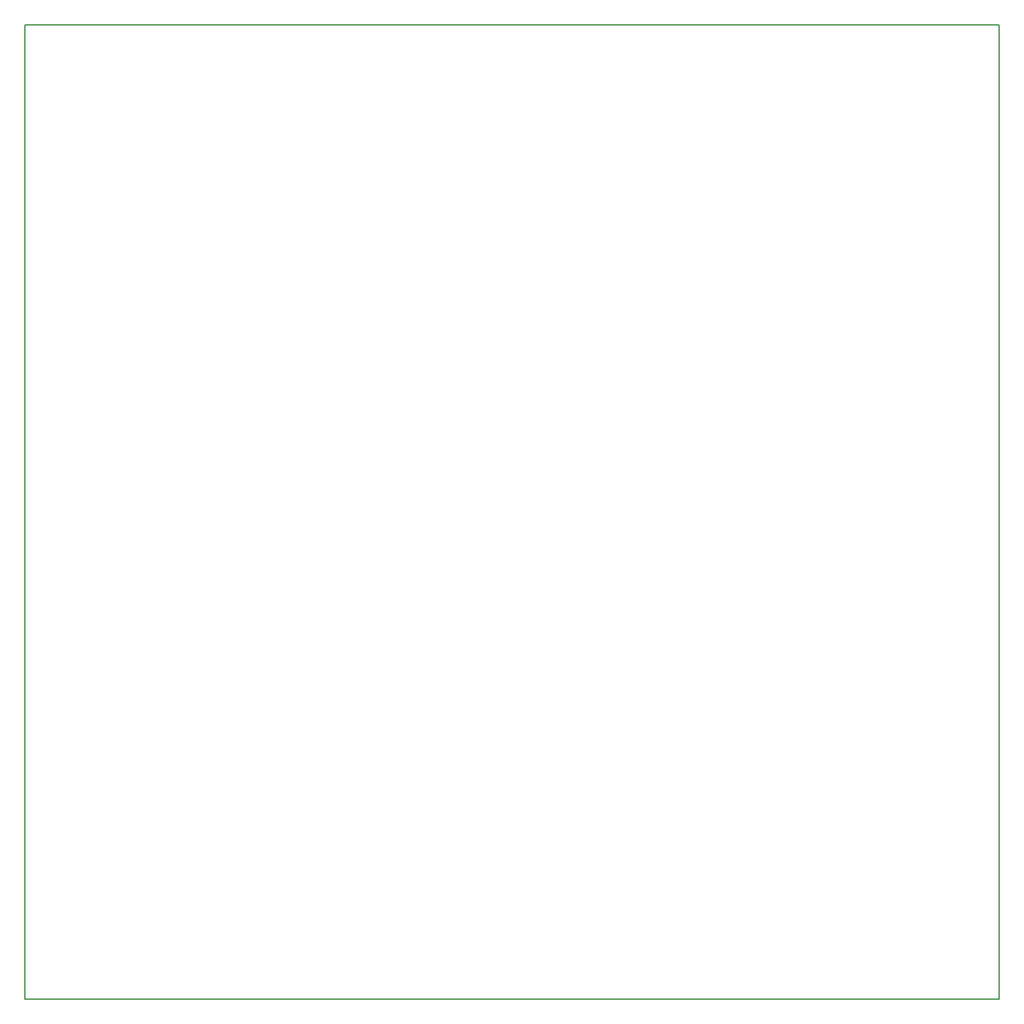
<source format=gbr>
%TF.GenerationSoftware,KiCad,Pcbnew,(5.1.6)-1*%
%TF.CreationDate,2020-10-30T22:14:25-05:00*%
%TF.ProjectId,NOSBRINE,4e4f5342-5249-44e4-952e-6b696361645f,rev?*%
%TF.SameCoordinates,Original*%
%TF.FileFunction,Profile,NP*%
%FSLAX46Y46*%
G04 Gerber Fmt 4.6, Leading zero omitted, Abs format (unit mm)*
G04 Created by KiCad (PCBNEW (5.1.6)-1) date 2020-10-30 22:14:25*
%MOMM*%
%LPD*%
G01*
G04 APERTURE LIST*
%TA.AperFunction,Profile*%
%ADD10C,0.150000*%
%TD*%
G04 APERTURE END LIST*
D10*
X100020000Y-148000000D02*
X100020000Y-22050000D01*
X225970000Y-22050000D02*
X100020000Y-22050000D01*
X225970000Y-22050000D02*
X225970000Y-148000000D01*
X100020000Y-148000000D02*
X225970000Y-148000000D01*
M02*

</source>
